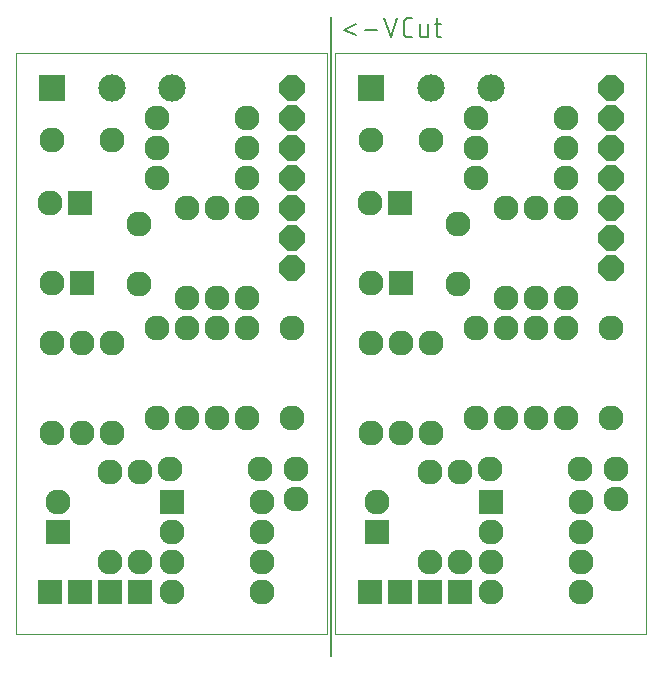
<source format=gts>
G75*
%MOIN*%
%OFA0B0*%
%FSLAX25Y25*%
%IPPOS*%
%LPD*%
%AMOC8*
5,1,8,0,0,1.08239X$1,22.5*
%
%ADD10C,0.00000*%
%ADD11C,0.00600*%
%ADD12R,0.08374X0.08374*%
%ADD13C,0.08374*%
%ADD14R,0.09100X0.09100*%
%ADD15C,0.09100*%
%ADD16OC8,0.08374*%
D10*
X0001300Y0008800D02*
X0001300Y0202261D01*
X0105001Y0202261D01*
X0105001Y0008800D01*
X0001300Y0008800D01*
X0107800Y0008800D02*
X0107800Y0202261D01*
X0211501Y0202261D01*
X0211501Y0008800D01*
X0107800Y0008800D01*
D11*
X0106300Y0001300D02*
X0106300Y0214300D01*
X0110600Y0210089D02*
X0114867Y0208311D01*
X0117575Y0210089D02*
X0121841Y0210089D01*
X0124139Y0214000D02*
X0126272Y0207600D01*
X0128406Y0214000D01*
X0130633Y0212578D02*
X0130633Y0209022D01*
X0130635Y0208948D01*
X0130641Y0208873D01*
X0130651Y0208800D01*
X0130664Y0208726D01*
X0130681Y0208654D01*
X0130703Y0208583D01*
X0130727Y0208512D01*
X0130756Y0208444D01*
X0130788Y0208376D01*
X0130824Y0208311D01*
X0130862Y0208248D01*
X0130905Y0208186D01*
X0130950Y0208127D01*
X0130998Y0208070D01*
X0131049Y0208016D01*
X0131103Y0207965D01*
X0131160Y0207917D01*
X0131219Y0207872D01*
X0131281Y0207829D01*
X0131344Y0207791D01*
X0131409Y0207755D01*
X0131477Y0207723D01*
X0131545Y0207694D01*
X0131616Y0207670D01*
X0131687Y0207648D01*
X0131759Y0207631D01*
X0131833Y0207618D01*
X0131906Y0207608D01*
X0131981Y0207602D01*
X0132055Y0207600D01*
X0133477Y0207600D01*
X0135927Y0208667D02*
X0135927Y0211867D01*
X0133477Y0214000D02*
X0132055Y0214000D01*
X0131981Y0213998D01*
X0131906Y0213992D01*
X0131833Y0213982D01*
X0131759Y0213969D01*
X0131687Y0213952D01*
X0131616Y0213930D01*
X0131545Y0213906D01*
X0131477Y0213877D01*
X0131409Y0213845D01*
X0131344Y0213809D01*
X0131281Y0213771D01*
X0131219Y0213728D01*
X0131160Y0213683D01*
X0131103Y0213635D01*
X0131049Y0213584D01*
X0130998Y0213529D01*
X0130950Y0213473D01*
X0130905Y0213414D01*
X0130862Y0213352D01*
X0130824Y0213289D01*
X0130788Y0213224D01*
X0130756Y0213156D01*
X0130727Y0213088D01*
X0130703Y0213017D01*
X0130681Y0212946D01*
X0130664Y0212874D01*
X0130651Y0212800D01*
X0130641Y0212727D01*
X0130635Y0212652D01*
X0130633Y0212578D01*
X0135927Y0208667D02*
X0135929Y0208603D01*
X0135935Y0208538D01*
X0135944Y0208475D01*
X0135958Y0208412D01*
X0135975Y0208350D01*
X0135996Y0208289D01*
X0136021Y0208229D01*
X0136049Y0208171D01*
X0136081Y0208115D01*
X0136116Y0208061D01*
X0136154Y0208009D01*
X0136195Y0207959D01*
X0136240Y0207913D01*
X0136286Y0207868D01*
X0136336Y0207827D01*
X0136388Y0207789D01*
X0136442Y0207754D01*
X0136498Y0207722D01*
X0136556Y0207694D01*
X0136616Y0207669D01*
X0136677Y0207648D01*
X0136739Y0207631D01*
X0136802Y0207617D01*
X0136865Y0207608D01*
X0136930Y0207602D01*
X0136994Y0207600D01*
X0138772Y0207600D01*
X0138772Y0211867D01*
X0140955Y0211867D02*
X0143088Y0211867D01*
X0141666Y0214000D02*
X0141666Y0208667D01*
X0141668Y0208603D01*
X0141674Y0208538D01*
X0141683Y0208475D01*
X0141697Y0208412D01*
X0141714Y0208350D01*
X0141735Y0208289D01*
X0141760Y0208229D01*
X0141788Y0208171D01*
X0141820Y0208115D01*
X0141855Y0208061D01*
X0141893Y0208009D01*
X0141934Y0207959D01*
X0141979Y0207913D01*
X0142025Y0207868D01*
X0142075Y0207827D01*
X0142127Y0207789D01*
X0142181Y0207754D01*
X0142237Y0207722D01*
X0142295Y0207694D01*
X0142355Y0207669D01*
X0142416Y0207648D01*
X0142478Y0207631D01*
X0142541Y0207617D01*
X0142604Y0207608D01*
X0142669Y0207602D01*
X0142733Y0207600D01*
X0143088Y0207600D01*
X0114867Y0211867D02*
X0110600Y0210089D01*
D12*
X0129300Y0152300D03*
X0129800Y0125800D03*
X0159800Y0052800D03*
X0149300Y0022800D03*
X0139300Y0022800D03*
X0129300Y0022800D03*
X0119300Y0022800D03*
X0121800Y0042800D03*
X0053300Y0052800D03*
X0042800Y0022800D03*
X0032800Y0022800D03*
X0022800Y0022800D03*
X0012800Y0022800D03*
X0015300Y0042800D03*
X0023300Y0125800D03*
X0022800Y0152300D03*
D13*
X0012800Y0152300D03*
X0013300Y0173300D03*
X0033300Y0173300D03*
X0048300Y0170800D03*
X0048300Y0180800D03*
X0048300Y0160800D03*
X0058300Y0150800D03*
X0068300Y0150800D03*
X0078300Y0150800D03*
X0078300Y0160800D03*
X0078300Y0170800D03*
X0078300Y0180800D03*
X0042300Y0145300D03*
X0042300Y0125300D03*
X0048300Y0110800D03*
X0058300Y0110800D03*
X0058300Y0120800D03*
X0068300Y0120800D03*
X0078300Y0120800D03*
X0078300Y0110800D03*
X0068300Y0110800D03*
X0093300Y0110800D03*
X0119800Y0105800D03*
X0129800Y0105800D03*
X0139800Y0105800D03*
X0154800Y0110800D03*
X0164800Y0110800D03*
X0164800Y0120800D03*
X0174800Y0120800D03*
X0184800Y0120800D03*
X0184800Y0110800D03*
X0174800Y0110800D03*
X0199800Y0110800D03*
X0199800Y0080800D03*
X0184800Y0080800D03*
X0174800Y0080800D03*
X0164800Y0080800D03*
X0154800Y0080800D03*
X0139800Y0075800D03*
X0129800Y0075800D03*
X0119800Y0075800D03*
X0139300Y0062800D03*
X0149300Y0062800D03*
X0159300Y0063800D03*
X0159800Y0042800D03*
X0159800Y0032800D03*
X0159800Y0022800D03*
X0149300Y0032800D03*
X0139300Y0032800D03*
X0121800Y0052800D03*
X0094800Y0053800D03*
X0094800Y0063800D03*
X0083300Y0052800D03*
X0083300Y0042800D03*
X0083300Y0032800D03*
X0083300Y0022800D03*
X0053300Y0022800D03*
X0053300Y0032800D03*
X0053300Y0042800D03*
X0042800Y0032800D03*
X0032800Y0032800D03*
X0015300Y0052800D03*
X0032800Y0062800D03*
X0042800Y0062800D03*
X0052800Y0063800D03*
X0048300Y0080800D03*
X0058300Y0080800D03*
X0068300Y0080800D03*
X0078300Y0080800D03*
X0093300Y0080800D03*
X0082800Y0063800D03*
X0033300Y0075800D03*
X0023300Y0075800D03*
X0013300Y0075800D03*
X0013300Y0105800D03*
X0023300Y0105800D03*
X0033300Y0105800D03*
X0013300Y0125800D03*
X0119800Y0125800D03*
X0119300Y0152300D03*
X0119800Y0173300D03*
X0139800Y0173300D03*
X0154800Y0170800D03*
X0154800Y0180800D03*
X0154800Y0160800D03*
X0164800Y0150800D03*
X0174800Y0150800D03*
X0184800Y0150800D03*
X0184800Y0160800D03*
X0184800Y0170800D03*
X0184800Y0180800D03*
X0148800Y0145300D03*
X0148800Y0125300D03*
X0189300Y0063800D03*
X0189800Y0052800D03*
X0189800Y0042800D03*
X0189800Y0032800D03*
X0189800Y0022800D03*
X0201300Y0053800D03*
X0201300Y0063800D03*
D14*
X0119800Y0190800D03*
X0013300Y0190800D03*
D15*
X0033300Y0190800D03*
X0053300Y0190800D03*
X0139800Y0190800D03*
X0159800Y0190800D03*
D16*
X0199800Y0190800D03*
X0199800Y0180800D03*
X0199800Y0170800D03*
X0199800Y0160800D03*
X0199800Y0150800D03*
X0199800Y0140800D03*
X0199800Y0130800D03*
X0093300Y0130800D03*
X0093300Y0140800D03*
X0093300Y0150800D03*
X0093300Y0160800D03*
X0093300Y0170800D03*
X0093300Y0180800D03*
X0093300Y0190800D03*
M02*

</source>
